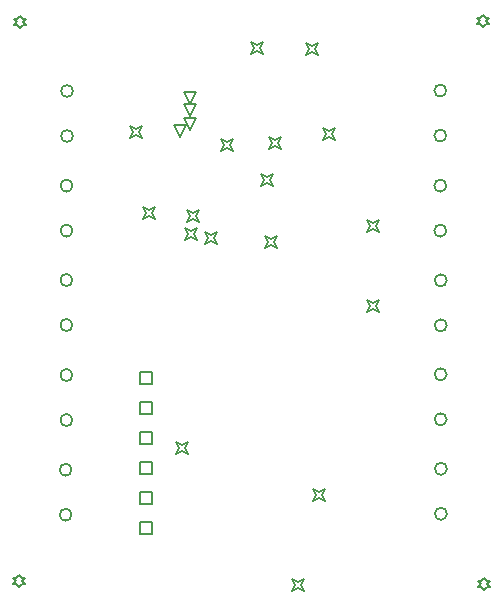
<source format=gbr>
G04*
G04 #@! TF.GenerationSoftware,Altium Limited,Altium Designer,23.3.1 (30)*
G04*
G04 Layer_Color=2752767*
%FSLAX25Y25*%
%MOIN*%
G70*
G04*
G04 #@! TF.SameCoordinates,9E9A1B20-5B00-4279-B210-449FD35A5861*
G04*
G04*
G04 #@! TF.FilePolarity,Positive*
G04*
G01*
G75*
%ADD76C,0.00667*%
%ADD77C,0.00500*%
D76*
X136910Y240101D02*
G03*
X136910Y240101I-2000J0D01*
G01*
X137066Y286644D02*
G03*
X137066Y286644I-2000J0D01*
G01*
X261602Y177213D02*
G03*
X261602Y177213I-2000J0D01*
G01*
Y192213D02*
G03*
X261602Y192213I-2000J0D01*
G01*
X136855Y223625D02*
G03*
X136855Y223625I-2000J0D01*
G01*
Y208625D02*
G03*
X136855Y208625I-2000J0D01*
G01*
X136874Y191955D02*
G03*
X136874Y191955I-2000J0D01*
G01*
Y176955D02*
G03*
X136874Y176955I-2000J0D01*
G01*
X261639Y208522D02*
G03*
X261639Y208522I-2000J0D01*
G01*
Y223522D02*
G03*
X261639Y223522I-2000J0D01*
G01*
X261503Y271800D02*
G03*
X261503Y271800I-2000J0D01*
G01*
Y286800D02*
G03*
X261503Y286800I-2000J0D01*
G01*
Y240098D02*
G03*
X261503Y240098I-2000J0D01*
G01*
Y255098D02*
G03*
X261503Y255098I-2000J0D01*
G01*
X261691Y145723D02*
G03*
X261691Y145723I-2000J0D01*
G01*
Y160723D02*
G03*
X261691Y160723I-2000J0D01*
G01*
X137066Y271644D02*
G03*
X137066Y271644I-2000J0D01*
G01*
X136910Y255101D02*
G03*
X136910Y255101I-2000J0D01*
G01*
X136598Y160386D02*
G03*
X136598Y160386I-2000J0D01*
G01*
Y145386D02*
G03*
X136598Y145386I-2000J0D01*
G01*
D77*
X118975Y121223D02*
X119975Y122223D01*
X120975D01*
X119975Y123223D01*
X120975Y124223D01*
X119975D01*
X118975Y125223D01*
X117975Y124223D01*
X116975D01*
X117975Y123223D01*
X116975Y122223D01*
X117975D01*
X118975Y121223D01*
X274005Y120282D02*
X275005Y121282D01*
X276005D01*
X275005Y122283D01*
X276005Y123283D01*
X275005D01*
X274005Y124283D01*
X273005Y123283D01*
X272005D01*
X273005Y122283D01*
X272005Y121282D01*
X273005D01*
X274005Y120282D01*
X119387Y307595D02*
X120387Y308595D01*
X121388D01*
X120387Y309595D01*
X121388Y310595D01*
X120387D01*
X119387Y311595D01*
X118387Y310595D01*
X117387D01*
X118387Y309595D01*
X117387Y308595D01*
X118387D01*
X119387Y307595D01*
X273759Y308090D02*
X274759Y309090D01*
X275759D01*
X274759Y310090D01*
X275759Y311090D01*
X274759D01*
X273759Y312090D01*
X272759Y311090D01*
X271759D01*
X272759Y310090D01*
X271759Y309090D01*
X272759D01*
X273759Y308090D01*
X159294Y138997D02*
Y142997D01*
X163294D01*
Y138997D01*
X159294D01*
Y148996D02*
Y152997D01*
X163294D01*
Y148996D01*
X159294D01*
Y158996D02*
Y162996D01*
X163294D01*
Y158996D01*
X159294D01*
Y168997D02*
Y172996D01*
X163294D01*
Y168997D01*
X159294D01*
Y178997D02*
Y182996D01*
X163294D01*
Y178997D01*
X159294D01*
Y188997D02*
Y192997D01*
X163294D01*
Y188997D01*
X159294D01*
X210148Y120047D02*
X211148Y122047D01*
X210148Y124047D01*
X212148Y123047D01*
X214148Y124047D01*
X213148Y122047D01*
X214148Y120047D01*
X212148Y121047D01*
X210148Y120047D01*
X199609Y254851D02*
X200609Y256851D01*
X199609Y258851D01*
X201609Y257851D01*
X203609Y258851D01*
X202609Y256851D01*
X203609Y254851D01*
X201609Y255851D01*
X199609Y254851D01*
X174992Y242970D02*
X175992Y244970D01*
X174992Y246971D01*
X176992Y245971D01*
X178992Y246971D01*
X177992Y244970D01*
X178992Y242970D01*
X176992Y243970D01*
X174992Y242970D01*
X174328Y236900D02*
X175328Y238900D01*
X174328Y240900D01*
X176328Y239900D01*
X178328Y240900D01*
X177328Y238900D01*
X178328Y236900D01*
X176328Y237900D01*
X174328Y236900D01*
X180974Y235659D02*
X181974Y237659D01*
X180974Y239659D01*
X182974Y238659D01*
X184974Y239659D01*
X183974Y237659D01*
X184974Y235659D01*
X182974Y236659D01*
X180974Y235659D01*
X160491Y244060D02*
X161491Y246060D01*
X160491Y248060D01*
X162491Y247060D01*
X164491Y248060D01*
X163491Y246060D01*
X164491Y244060D01*
X162491Y245060D01*
X160491Y244060D01*
X216923Y149826D02*
X217923Y151826D01*
X216923Y153826D01*
X218923Y152826D01*
X220923Y153826D01*
X219923Y151826D01*
X220923Y149826D01*
X218923Y150826D01*
X216923Y149826D01*
X202403Y267480D02*
X203403Y269480D01*
X202403Y271480D01*
X204403Y270480D01*
X206403Y271480D01*
X205403Y269480D01*
X206403Y267480D01*
X204403Y268480D01*
X202403Y267480D01*
X220518Y270334D02*
X221518Y272334D01*
X220518Y274334D01*
X222518Y273334D01*
X224518Y274334D01*
X223518Y272334D01*
X224518Y270334D01*
X222518Y271334D01*
X220518Y270334D01*
X155953Y270981D02*
X156953Y272981D01*
X155953Y274981D01*
X157953Y273981D01*
X159953Y274981D01*
X158953Y272981D01*
X159953Y270981D01*
X157953Y271981D01*
X155953Y270981D01*
X175971Y278420D02*
X173971Y282420D01*
X177971D01*
X175971Y278420D01*
X176139Y282249D02*
X174139Y286249D01*
X178139D01*
X176139Y282249D01*
X176169Y273672D02*
X174169Y277672D01*
X178169D01*
X176169Y273672D01*
X186524Y266679D02*
X187524Y268679D01*
X186524Y270679D01*
X188524Y269679D01*
X190524Y270679D01*
X189524Y268679D01*
X190524Y266679D01*
X188524Y267679D01*
X186524Y266679D01*
X201037Y234457D02*
X202037Y236457D01*
X201037Y238457D01*
X203037Y237457D01*
X205037Y238457D01*
X204037Y236457D01*
X205037Y234457D01*
X203037Y235457D01*
X201037Y234457D01*
X234920Y212901D02*
X235919Y214901D01*
X234920Y216901D01*
X236919Y215901D01*
X238919Y216901D01*
X237919Y214901D01*
X238919Y212901D01*
X236919Y213901D01*
X234920Y212901D01*
X234934Y239769D02*
X235934Y241769D01*
X234934Y243769D01*
X236934Y242769D01*
X238934Y243769D01*
X237934Y241769D01*
X238934Y239769D01*
X236934Y240769D01*
X234934Y239769D01*
X171563Y165509D02*
X172563Y167509D01*
X171563Y169509D01*
X173563Y168509D01*
X175563Y169509D01*
X174563Y167509D01*
X175563Y165509D01*
X173563Y166509D01*
X171563Y165509D01*
X172593Y271276D02*
X170593Y275276D01*
X174593D01*
X172593Y271276D01*
X196324Y299033D02*
X197324Y301033D01*
X196324Y303033D01*
X198324Y302033D01*
X200324Y303033D01*
X199324Y301033D01*
X200324Y299033D01*
X198324Y300033D01*
X196324Y299033D01*
X214651Y298627D02*
X215651Y300627D01*
X214651Y302627D01*
X216651Y301627D01*
X218651Y302627D01*
X217651Y300627D01*
X218651Y298627D01*
X216651Y299627D01*
X214651Y298627D01*
M02*

</source>
